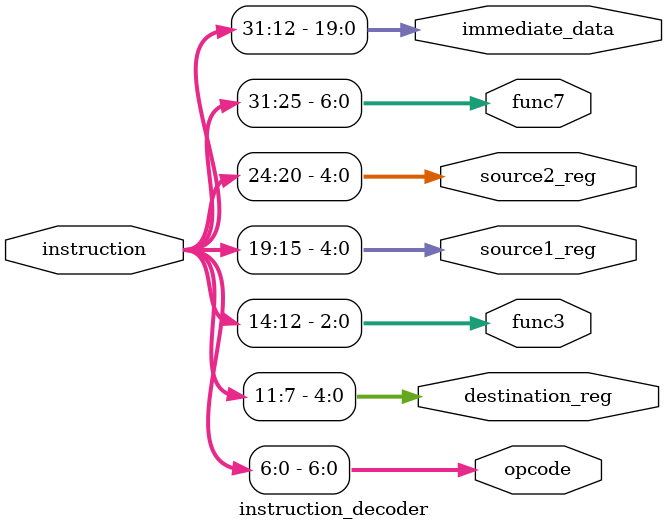
<source format=sv>
module instruction_decoder(
  input [31:0] instruction,    // 32-bit instruction input
  output reg[6:0] opcode, 
  output  reg[4:0] destination_reg,
output  reg[2:0]func3,
  output reg[4:0]source1_reg,
  output reg[4:0]source2_reg,
  output reg[6:0]func7,
  output reg[19:0]immediate_data
);
 always@(*)
    begin
      
      opcode = instruction[6:0];
      destination_reg = instruction[11:7];
      func3 = instruction[14:12];
      source1_reg = instruction[19:15];
      source2_reg = instruction[24:20];
      func7 = instruction[31:25];        
      immediate_data = instruction[31:12];
    end

endmodule

</source>
